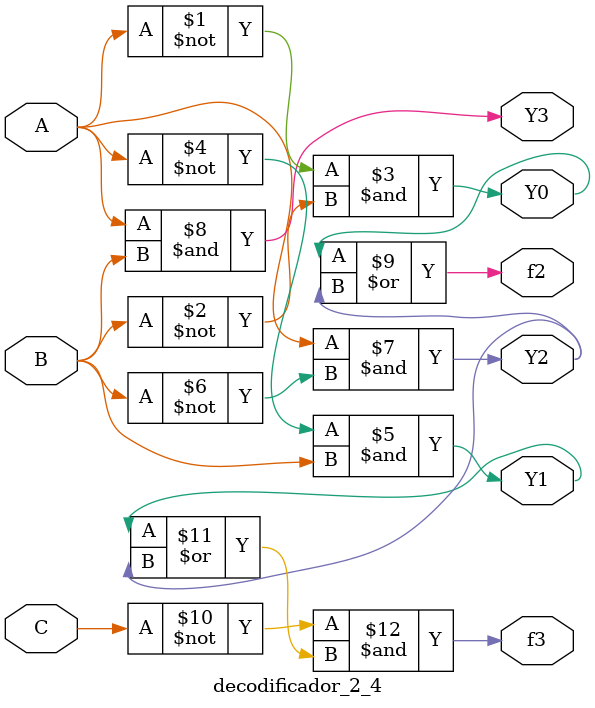
<source format=v>

`timescale 1ns/1ps                     // Define unidade/precisão de tempo para simulação
module decodificador_2_4 (
    input  wire A,                    // Entrada A
    input  wire B,                    // Entrada B
    input  wire C,                    // Entrada C (para f3)
    output wire Y0,                   // Y0 = ~A & ~B
    output wire Y1,                   // Y1 = ~A &  B
    output wire Y2,                   // Y2 =  A & ~B
    output wire Y3,                   // Y3 =  A &  B
    output wire f2,                   // f2 = Y0 | Y2 = ~B
    output wire f3                    // f3 = ~C & (Y1 | Y2)
);
    assign Y0 = (~A) & (~B);          // Ativo somente quando AB=00
    assign Y1 = (~A) & ( B);          // Ativo somente quando AB=01
    assign Y2 = ( A) & (~B);          // Ativo somente quando AB=10
    assign Y3 = ( A) & ( B);          // Ativo somente quando AB=11

    assign f2 = (Y0 | Y2);            // f2: combinação de mintermos → ~B
    assign f3 = (~C) & (Y1 | Y2);     // f3: máscara por ~C e OR dos mintermos 01 e 10
endmodule                              // Fim do módulo dataflow

</source>
